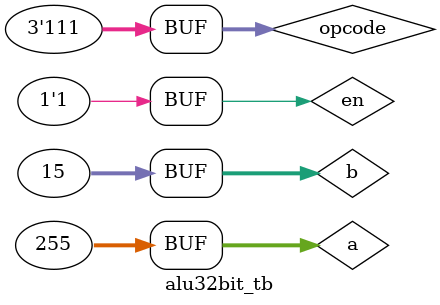
<source format=v>
module alu32bit_tb;
// Inputs
reg [31:0] a;
reg [31:0] b;
reg [2:0] opcode;
reg en;
// Outputs
wire [31:0] result;
// Instantiate the Unit Under Test (UUT)
alu32bit uut (
.result(result),
.a(a),
.b(b),
.opcode(opcode),
.en(en)
);
initial begin
// Initialize Inputs
a = 0;
b = 0;
opcode = 0;
en = 0;
// Wait 100 ns for global reset to finish
#100;
a=32'h000000ff;
b=32'h0000000f;
en=1;
#100;
opcode=3'b000;
#100;
opcode=3'b001;
#100;
opcode=3'b010;
#100;
opcode=3'b011;
#100;
opcode=3'b100;
#100;
opcode=3'b101;
#100;
opcode=3'b110;
#100;
opcode=3'b111;
#100;
 // Add stimulus here
end
endmodule
</source>
